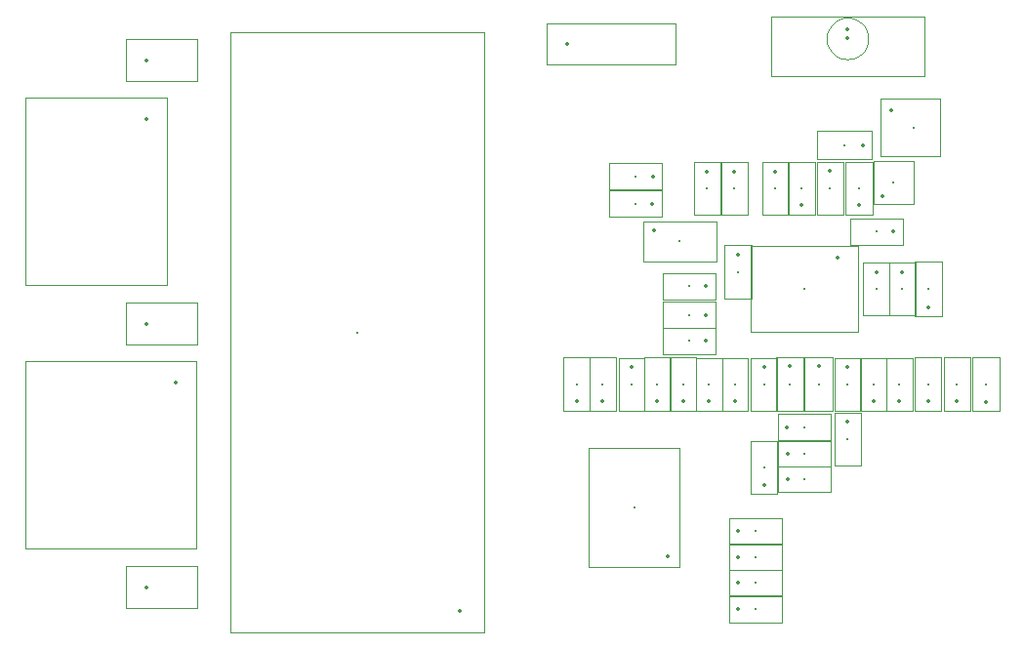
<source format=gbr>
%TF.GenerationSoftware,KiCad,Pcbnew,8.0.3-8.0.3-0~ubuntu22.04.1*%
%TF.CreationDate,2024-11-28T20:42:18+01:00*%
%TF.ProjectId,PICO_ADC_Test,5049434f-5f41-4444-935f-546573742e6b,R0.1*%
%TF.SameCoordinates,PX72ade90PY75c75e0*%
%TF.FileFunction,Component,L1,Top*%
%TF.FilePolarity,Positive*%
%FSLAX46Y46*%
G04 Gerber Fmt 4.6, Leading zero omitted, Abs format (unit mm)*
G04 Created by KiCad (PCBNEW 8.0.3-8.0.3-0~ubuntu22.04.1) date 2024-11-28 20:42:18*
%MOMM*%
%LPD*%
G01*
G04 APERTURE LIST*
%TA.AperFunction,ComponentMain*%
%ADD10C,0.300000*%
%TD*%
%TA.AperFunction,ComponentOutline,Courtyard*%
%ADD11C,0.100000*%
%TD*%
%TA.AperFunction,ComponentPin*%
%ADD12P,0.360000X4X0.000000*%
%TD*%
%TA.AperFunction,ComponentPin*%
%ADD13C,0.100000*%
%TD*%
%TA.AperFunction,ComponentOutline,Footprint*%
%ADD14C,0.100000*%
%TD*%
G04 APERTURE END LIST*
D10*
%TO.C,C13*%
%TO.CFtp,C_1206_3216Metric*%
%TO.CVal,100nF*%
%TO.CLbN,Capacitor_SMD*%
%TO.CMnt,SMD*%
%TO.CRot,0*%
X63000000Y2500000D03*
D11*
X65299999Y3649999D02*
X65299999Y1350001D01*
X60700001Y1350001D01*
X60700001Y3649999D01*
X65299999Y3649999D01*
D12*
%TO.P,C13,1*%
X61525000Y2500000D03*
D13*
%TO.P,C13,2*%
X64475000Y2500000D03*
%TD*%
D10*
%TO.C,C9*%
%TO.CFtp,C_1206_3216Metric*%
%TO.CVal,100nF*%
%TO.CLbN,Capacitor_SMD*%
%TO.CMnt,SMD*%
%TO.CRot,-90*%
X71000000Y17250000D03*
D11*
X72149999Y19549999D02*
X72149999Y14950001D01*
X69850001Y14950001D01*
X69850001Y19549999D01*
X72149999Y19549999D01*
D12*
%TO.P,C9,1*%
X71000000Y18725000D03*
D13*
%TO.P,C9,2*%
X71000000Y15775000D03*
%TD*%
D10*
%TO.C,C21*%
%TO.CFtp,C_1206_3216Metric*%
%TO.CVal,1nF*%
%TO.CLbN,Capacitor_SMD*%
%TO.CMnt,SMD*%
%TO.CRot,90*%
X78000000Y22000000D03*
D11*
X79149999Y24299999D02*
X79149999Y19700001D01*
X76850001Y19700001D01*
X76850001Y24299999D01*
X79149999Y24299999D01*
D12*
%TO.P,C21,1*%
X78000000Y20525000D03*
D13*
%TO.P,C21,2*%
X78000000Y23475000D03*
%TD*%
D10*
%TO.C,REF\u005Cu002A\u005Cu002A*%
%TO.CFtp,TestPoint_Loop_D1.80mm_Drill1.0mm_Beaded*%
%TO.CVal,TestPoint_Loop_D1.80mm_Drill1.0mm_Beaded*%
%TO.CLbN,TestPoint*%
%TO.CMnt,TH*%
%TO.CRot,0*%
X71000000Y52000000D03*
D11*
X71000000Y53802522D02*
X71268652Y53782390D01*
X71531303Y53722441D01*
X71782085Y53624018D01*
X71782085Y53624017D01*
X72015397Y53489314D01*
X72226026Y53321342D01*
X72409269Y53123854D01*
X72561030Y52901261D01*
X72677921Y52658536D01*
X72757329Y52401099D01*
X72797482Y52134703D01*
X72799999Y52000000D01*
X72797482Y51865297D01*
X72757329Y51598901D01*
X72677921Y51341464D01*
X72561030Y51098739D01*
X72409269Y50876146D01*
X72226026Y50678658D01*
X72015397Y50510686D01*
X71782085Y50375983D01*
X71531303Y50277559D01*
X71268652Y50217610D01*
X71000000Y50197477D01*
X70731348Y50217610D01*
X70468697Y50277559D01*
X70217914Y50375983D01*
X70217915Y50375983D01*
X69984603Y50510686D01*
X69773974Y50678658D01*
X69590731Y50876146D01*
X69438970Y51098739D01*
X69322079Y51341464D01*
X69242671Y51598901D01*
X69202518Y51865297D01*
X69202518Y52134703D01*
X69242671Y52401099D01*
X69322079Y52658536D01*
X69438970Y52901261D01*
X69590731Y53123854D01*
X69773974Y53321342D01*
X69984603Y53489314D01*
X70217915Y53624017D01*
X70217914Y53624018D01*
X70468697Y53722441D01*
X70731348Y53782390D01*
X71000000Y53802522D01*
D12*
%TO.P,REF\u005Cu002A\u005Cu002A,1*%
X71000000Y52000000D03*
%TD*%
D10*
%TO.C,C26*%
%TO.CFtp,C_1206_3216Metric*%
%TO.CVal,100nF*%
%TO.CLbN,Capacitor_SMD*%
%TO.CMnt,SMD*%
%TO.CRot,180*%
X52637500Y40012500D03*
D11*
X54937499Y41162499D02*
X54937499Y38862501D01*
X50337501Y38862501D01*
X50337501Y41162499D01*
X54937499Y41162499D01*
D12*
%TO.P,C26,1*%
X54112500Y40012500D03*
D13*
%TO.P,C26,2*%
X51162500Y40012500D03*
%TD*%
D10*
%TO.C,C25*%
%TO.CFtp,C_1206_3216Metric*%
%TO.CVal,10uF*%
%TO.CLbN,Capacitor_SMD*%
%TO.CMnt,SMD*%
%TO.CRot,180*%
X52612500Y37662500D03*
D11*
X54912499Y38812499D02*
X54912499Y36512501D01*
X50312501Y36512501D01*
X50312501Y38812499D01*
X54912499Y38812499D01*
D12*
%TO.P,C25,1*%
X54087500Y37662500D03*
D13*
%TO.P,C25,2*%
X51137500Y37662500D03*
%TD*%
D10*
%TO.C,IC2*%
%TO.CFtp,SOP64P600X175-20N*%
%TO.CVal,AD8331ARQZ*%
%TO.CLbN,PICO_ADC_Test*%
%TO.CMnt,SMD*%
%TO.CRot,-90*%
X67250000Y30250000D03*
D11*
X71879999Y33974999D02*
X71879999Y26525001D01*
X62620001Y26525001D01*
X62620001Y33974999D01*
X71879999Y33974999D01*
D12*
%TO.P,IC2,1,LMD*%
X70130000Y32965000D03*
D13*
%TO.P,IC2,2,INH*%
X69490000Y32965000D03*
%TO.P,IC2,3,VPSL*%
X68850000Y32965000D03*
%TO.P,IC2,4,LON*%
X68210000Y32965000D03*
%TO.P,IC2,5,LOP*%
X67570000Y32965000D03*
%TO.P,IC2,6,COML*%
X66930000Y32965000D03*
%TO.P,IC2,7,VIP*%
X66290000Y32965000D03*
%TO.P,IC2,8,VIN*%
X65650000Y32965000D03*
%TO.P,IC2,9,MODE*%
X65010000Y32965000D03*
%TO.P,IC2,10,GAIN*%
X64370000Y32965000D03*
%TO.P,IC2,11,VCM*%
X64370000Y27535000D03*
%TO.P,IC2,12,RCLMP*%
X65010000Y27535000D03*
%TO.P,IC2,13,HILO*%
X65650000Y27535000D03*
%TO.P,IC2,14,VPOS*%
X66290000Y27535000D03*
%TO.P,IC2,15,VOH*%
X66930000Y27535000D03*
%TO.P,IC2,16,VOL*%
X67570000Y27535000D03*
%TO.P,IC2,17,COMM_1*%
X68210000Y27535000D03*
%TO.P,IC2,18,ENBV*%
X68850000Y27535000D03*
%TO.P,IC2,19,ENBL*%
X69490000Y27535000D03*
%TO.P,IC2,20,COMM_2*%
X70130000Y27535000D03*
%TD*%
D10*
%TO.C,C3*%
%TO.CFtp,C_1206_3216Metric*%
%TO.CVal,4.7uF*%
%TO.CLbN,Capacitor_SMD*%
%TO.CMnt,SMD*%
%TO.CRot,90*%
X54500000Y22000000D03*
D11*
X55649999Y24299999D02*
X55649999Y19700001D01*
X53350001Y19700001D01*
X53350001Y24299999D01*
X55649999Y24299999D01*
D12*
%TO.P,C3,1*%
X54500000Y20525000D03*
D13*
%TO.P,C3,2*%
X54500000Y23475000D03*
%TD*%
D10*
%TO.C,R7*%
%TO.CFtp,R_1206_3216Metric*%
%TO.CVal,280R*%
%TO.CLbN,Resistor_SMD*%
%TO.CMnt,SMD*%
%TO.CRot,-90*%
X64750000Y39000000D03*
D11*
X65869999Y41279999D02*
X65869999Y36720001D01*
X63630001Y36720001D01*
X63630001Y41279999D01*
X65869999Y41279999D01*
D12*
%TO.P,R7,1*%
X64750000Y40462500D03*
D13*
%TO.P,R7,2*%
X64750000Y37537500D03*
%TD*%
D10*
%TO.C,C7*%
%TO.CFtp,C_1206_3216Metric*%
%TO.CVal,4.7uF*%
%TO.CLbN,Capacitor_SMD*%
%TO.CMnt,SMD*%
%TO.CRot,90*%
X47500000Y22000000D03*
D11*
X48649999Y24299999D02*
X48649999Y19700001D01*
X46350001Y19700001D01*
X46350001Y24299999D01*
X48649999Y24299999D01*
D12*
%TO.P,C7,1*%
X47500000Y20525000D03*
D13*
%TO.P,C7,2*%
X47500000Y23475000D03*
%TD*%
D10*
%TO.C,C15*%
%TO.CFtp,C_1206_3216Metric*%
%TO.CVal,100nF*%
%TO.CLbN,Capacitor_SMD*%
%TO.CMnt,SMD*%
%TO.CRot,0*%
X63000000Y7000000D03*
D11*
X65299999Y8149999D02*
X65299999Y5850001D01*
X60700001Y5850001D01*
X60700001Y8149999D01*
X65299999Y8149999D01*
D12*
%TO.P,C15,1*%
X61525000Y7000000D03*
D13*
%TO.P,C15,2*%
X64475000Y7000000D03*
%TD*%
D10*
%TO.C,R1*%
%TO.CFtp,R_1206_3216Metric*%
%TO.CVal,18R*%
%TO.CLbN,Resistor_SMD*%
%TO.CMnt,SMD*%
%TO.CRot,-90*%
X52250000Y22000000D03*
D11*
X53369999Y24279999D02*
X53369999Y19720001D01*
X51130001Y19720001D01*
X51130001Y24279999D01*
X53369999Y24279999D01*
D12*
%TO.P,R1,1*%
X52250000Y23462500D03*
D13*
%TO.P,R1,2*%
X52250000Y20537500D03*
%TD*%
D10*
%TO.C,R3*%
%TO.CFtp,R_1206_3216Metric*%
%TO.CVal,10K*%
%TO.CLbN,Resistor_SMD*%
%TO.CMnt,SMD*%
%TO.CRot,90*%
X73250000Y22000000D03*
D11*
X74369999Y24279999D02*
X74369999Y19720001D01*
X72130001Y19720001D01*
X72130001Y24279999D01*
X74369999Y24279999D01*
D12*
%TO.P,R3,1*%
X73250000Y20537500D03*
D13*
%TO.P,R3,2*%
X73250000Y23462500D03*
%TD*%
D10*
%TO.C,FB4*%
%TO.CFtp,L_1206_3216Metric*%
%TO.CVal,ILHB1206ER750V*%
%TO.CLbN,Inductor_SMD*%
%TO.CMnt,SMD*%
%TO.CRot,90*%
X83000000Y22000000D03*
D11*
X84199999Y24349999D02*
X84199999Y19650001D01*
X81800001Y19650001D01*
X81800001Y24349999D01*
X84199999Y24349999D01*
D12*
%TO.P,FB4,1*%
X83000000Y20425000D03*
D13*
%TO.P,FB4,2*%
X83000000Y23575000D03*
%TD*%
D10*
%TO.C,D1*%
%TO.CFtp,SOT95P240X120-3N*%
%TO.CVal,BAV99-7-F*%
%TO.CLbN,PICO_ADC_Test*%
%TO.CMnt,SMD*%
%TO.CRot,90*%
X75000000Y39500000D03*
D11*
X76749999Y41374999D02*
X76749999Y37625001D01*
X73250001Y37625001D01*
X73250001Y41374999D01*
X76749999Y41374999D01*
D12*
%TO.P,D1,1*%
X74050000Y38300000D03*
D13*
%TO.P,D1,2*%
X75950000Y38300000D03*
%TO.P,D1,3*%
X75000000Y40700000D03*
%TD*%
D10*
%TO.C,C20*%
%TO.CFtp,C_1206_3216Metric*%
%TO.CVal,50pF*%
%TO.CLbN,Capacitor_SMD*%
%TO.CMnt,SMD*%
%TO.CRot,90*%
X63750000Y14750000D03*
D11*
X64899999Y17049999D02*
X64899999Y12450001D01*
X62600001Y12450001D01*
X62600001Y17049999D01*
X64899999Y17049999D01*
D12*
%TO.P,C20,1*%
X63750000Y13275000D03*
D13*
%TO.P,C20,2*%
X63750000Y16225000D03*
%TD*%
D10*
%TO.C,J4*%
%TO.CFtp,PinHeader_1x04_P2.54mm_Vertical*%
%TO.CVal,61300411121*%
%TO.CLbN,Connector_PinHeader_2.54mm*%
%TO.CMnt,TH*%
%TO.CRot,90*%
X46700000Y51500000D03*
D11*
X56099999Y53299999D02*
X56099999Y49700001D01*
X44900001Y49700001D01*
X44900001Y53299999D01*
X56099999Y53299999D01*
D12*
%TO.P,J4,1,1*%
X46700000Y51500000D03*
D13*
%TO.P,J4,2,2*%
X49240000Y51500000D03*
%TO.P,J4,3,3*%
X51780000Y51500000D03*
%TO.P,J4,4,4*%
X54320000Y51500000D03*
%TD*%
D10*
%TO.C,FB5*%
%TO.CFtp,L_1206_3216Metric*%
%TO.CVal,ILHB1206ER750V*%
%TO.CLbN,Inductor_SMD*%
%TO.CMnt,SMD*%
%TO.CRot,90*%
X78000000Y30275000D03*
D11*
X79199999Y32624999D02*
X79199999Y27925001D01*
X76800001Y27925001D01*
X76800001Y32624999D01*
X79199999Y32624999D01*
D12*
%TO.P,FB5,1*%
X78000000Y28700000D03*
D13*
%TO.P,FB5,2*%
X78000000Y31850000D03*
%TD*%
D10*
%TO.C,C8*%
%TO.CFtp,C_1206_3216Metric*%
%TO.CVal,100nF*%
%TO.CLbN,Capacitor_SMD*%
%TO.CMnt,SMD*%
%TO.CRot,90*%
X49750000Y22000000D03*
D11*
X50899999Y24299999D02*
X50899999Y19700001D01*
X48600001Y19700001D01*
X48600001Y24299999D01*
X50899999Y24299999D01*
D12*
%TO.P,C8,1*%
X49750000Y20525000D03*
D13*
%TO.P,C8,2*%
X49750000Y23475000D03*
%TD*%
D10*
%TO.C,J2*%
%TO.CFtp,PinHeader_1x02_P2.54mm_Vertical*%
%TO.CVal,1-86479-3*%
%TO.CLbN,Connector_PinHeader_2.54mm*%
%TO.CMnt,TH*%
%TO.CRot,90*%
X10210000Y27250000D03*
D11*
X14559999Y29049999D02*
X14559999Y25450001D01*
X8410001Y25450001D01*
X8410001Y29049999D01*
X14559999Y29049999D01*
D12*
%TO.P,J2,1,Pin_1*%
X10210000Y27250000D03*
D13*
%TO.P,J2,2,Pin_2*%
X12750000Y27250000D03*
%TD*%
D10*
%TO.C,R9*%
%TO.CFtp,R_1206_3216Metric*%
%TO.CVal,12K*%
%TO.CLbN,Resistor_SMD*%
%TO.CMnt,SMD*%
%TO.CRot,180*%
X57250000Y25750000D03*
D11*
X59529999Y26869999D02*
X59529999Y24630001D01*
X54970001Y24630001D01*
X54970001Y26869999D01*
X59529999Y26869999D01*
D12*
%TO.P,R9,1*%
X58712500Y25750000D03*
D13*
%TO.P,R9,2*%
X55787500Y25750000D03*
%TD*%
D10*
%TO.C,FB3*%
%TO.CFtp,L_1206_3216Metric*%
%TO.CVal,ILHB1206ER750V*%
%TO.CLbN,Inductor_SMD*%
%TO.CMnt,SMD*%
%TO.CRot,-90*%
X68500000Y22000000D03*
D11*
X69699999Y24349999D02*
X69699999Y19650001D01*
X67300001Y19650001D01*
X67300001Y24349999D01*
X69699999Y24349999D01*
D12*
%TO.P,FB3,1*%
X68500000Y23575000D03*
D13*
%TO.P,FB3,2*%
X68500000Y20425000D03*
%TD*%
D10*
%TO.C,C4*%
%TO.CFtp,C_1206_3216Metric*%
%TO.CVal,100nF*%
%TO.CLbN,Capacitor_SMD*%
%TO.CMnt,SMD*%
%TO.CRot,90*%
X56750000Y22000000D03*
D11*
X57899999Y24299999D02*
X57899999Y19700001D01*
X55600001Y19700001D01*
X55600001Y24299999D01*
X57899999Y24299999D01*
D12*
%TO.P,C4,1*%
X56750000Y20525000D03*
D13*
%TO.P,C4,2*%
X56750000Y23475000D03*
%TD*%
D10*
%TO.C,FB1*%
%TO.CFtp,L_1206_3216Metric*%
%TO.CVal,ILHB1206ER750V*%
%TO.CLbN,Inductor_SMD*%
%TO.CMnt,SMD*%
%TO.CRot,-90*%
X66000000Y22000000D03*
D11*
X67199999Y24349999D02*
X67199999Y19650001D01*
X64800001Y19650001D01*
X64800001Y24349999D01*
X67199999Y24349999D01*
D12*
%TO.P,FB1,1*%
X66000000Y23575000D03*
D13*
%TO.P,FB1,2*%
X66000000Y20425000D03*
%TD*%
D10*
%TO.C,C23*%
%TO.CFtp,C_1206_3216Metric*%
%TO.CVal,1nF*%
%TO.CLbN,Capacitor_SMD*%
%TO.CMnt,SMD*%
%TO.CRot,-90*%
X75750000Y30250000D03*
D11*
X76899999Y32549999D02*
X76899999Y27950001D01*
X74600001Y27950001D01*
X74600001Y32549999D01*
X76899999Y32549999D01*
D12*
%TO.P,C23,1*%
X75750000Y31725000D03*
D13*
%TO.P,C23,2*%
X75750000Y28775000D03*
%TD*%
D10*
%TO.C,J3*%
%TO.CFtp,PinSocket_1x06_P2.54mm_Horizontal*%
%TO.CVal,61300611121*%
%TO.CLbN,Connector_PinSocket_2.54mm*%
%TO.CMnt,TH*%
%TO.CRot,0*%
X10210000Y45030000D03*
D11*
X11959999Y46829999D02*
X11959999Y30580001D01*
X-339999Y30580001D01*
X-339999Y46829999D01*
X11959999Y46829999D01*
D12*
%TO.P,J3,1,Pin_1*%
X10210000Y45030000D03*
D13*
%TO.P,J3,2,Pin_2*%
X10210000Y42490000D03*
%TO.P,J3,3,Pin_3*%
X10210000Y39950000D03*
%TO.P,J3,4,Pin_4*%
X10210000Y37410000D03*
%TO.P,J3,5,Pin_5*%
X10210000Y34870000D03*
%TO.P,J3,6,Pin_6*%
X10210000Y32330000D03*
%TD*%
D10*
%TO.C,C17*%
%TO.CFtp,C_1206_3216Metric*%
%TO.CVal,100nF*%
%TO.CLbN,Capacitor_SMD*%
%TO.CMnt,SMD*%
%TO.CRot,180*%
X57250000Y28000000D03*
D11*
X59549999Y29149999D02*
X59549999Y26850001D01*
X54950001Y26850001D01*
X54950001Y29149999D01*
X59549999Y29149999D01*
D12*
%TO.P,C17,1*%
X58725000Y28000000D03*
D13*
%TO.P,C17,2*%
X55775000Y28000000D03*
%TD*%
D10*
%TO.C,IC3*%
%TO.CFtp,MCP4812-EMS*%
%TO.CVal,MCP4812-E_MS*%
%TO.CLbN,PICO_ADC_Test*%
%TO.CMnt,SMD*%
%TO.CRot,0*%
X56450000Y34375000D03*
D11*
X59599999Y36124999D02*
X59599999Y32625001D01*
X53300001Y32625001D01*
X53300001Y36124999D01*
X59599999Y36124999D01*
D12*
%TO.P,IC3,1,VDD*%
X54250000Y35350000D03*
D13*
%TO.P,IC3,2,~{CS}*%
X54250000Y34700000D03*
%TO.P,IC3,3,SCK*%
X54250000Y34050000D03*
%TO.P,IC3,4,SDI*%
X54250000Y33400000D03*
%TO.P,IC3,5,~{LDAC}*%
X58650000Y33400000D03*
%TO.P,IC3,6,VOUTB*%
X58650000Y34050000D03*
%TO.P,IC3,7,VSS*%
X58650000Y34700000D03*
%TO.P,IC3,8,VOUTA*%
X58650000Y35350000D03*
%TD*%
D10*
%TO.C,C10*%
%TO.CFtp,C_1206_3216Metric*%
%TO.CVal,100nF*%
%TO.CLbN,Capacitor_SMD*%
%TO.CMnt,SMD*%
%TO.CRot,-90*%
X58800000Y38975000D03*
D11*
X59949999Y41274999D02*
X59949999Y36675001D01*
X57650001Y36675001D01*
X57650001Y41274999D01*
X59949999Y41274999D01*
D12*
%TO.P,C10,1*%
X58800000Y40450000D03*
D13*
%TO.P,C10,2*%
X58800000Y37500000D03*
%TD*%
D10*
%TO.C,C5*%
%TO.CFtp,C_1206_3216Metric*%
%TO.CVal,100nF*%
%TO.CLbN,Capacitor_SMD*%
%TO.CMnt,SMD*%
%TO.CRot,-90*%
X69500000Y39000000D03*
D11*
X70649999Y41299999D02*
X70649999Y36700001D01*
X68350001Y36700001D01*
X68350001Y41299999D01*
X70649999Y41299999D01*
D12*
%TO.P,C5,1*%
X69500000Y40475000D03*
D13*
%TO.P,C5,2*%
X69500000Y37525000D03*
%TD*%
D10*
%TO.C,IC1*%
%TO.CFtp,SOP65P640X120-28N*%
%TO.CVal,ADC10065CIMT_NOPB*%
%TO.CLbN,PICO_ADC_Test*%
%TO.CMnt,SMD*%
%TO.CRot,180*%
X52500000Y11287500D03*
D11*
X56424999Y16437499D02*
X56424999Y6137501D01*
X48575001Y6137501D01*
X48575001Y16437499D01*
X56424999Y16437499D01*
D12*
%TO.P,IC1,1,CLK*%
X55438000Y7062500D03*
D13*
%TO.P,IC1,2,VDDA_1*%
X55438000Y7712500D03*
%TO.P,IC1,3,VSSA_1*%
X55438000Y8362500D03*
%TO.P,IC1,4,VCOM*%
X55438000Y9012500D03*
%TO.P,IC1,5,IRS*%
X55438000Y9662500D03*
%TO.P,IC1,6,VREF*%
X55438000Y10312500D03*
%TO.P,IC1,7,VREFT*%
X55438000Y10962500D03*
%TO.P,IC1,8,VREFB*%
X55438000Y11612500D03*
%TO.P,IC1,9,VDDA_2*%
X55438000Y12262500D03*
%TO.P,IC1,10,VDDA_3*%
X55438000Y12912500D03*
%TO.P,IC1,11,VSSA_2*%
X55438000Y13562500D03*
%TO.P,IC1,12,VIN-*%
X55438000Y14212500D03*
%TO.P,IC1,13,VIN+*%
X55438000Y14862500D03*
%TO.P,IC1,14,VSSA_3*%
X55438000Y15512500D03*
%TO.P,IC1,15,DF*%
X49562000Y15512500D03*
%TO.P,IC1,16,D9*%
X49562000Y14862500D03*
%TO.P,IC1,17,D8*%
X49562000Y14212500D03*
%TO.P,IC1,18,D7*%
X49562000Y13562500D03*
%TO.P,IC1,19,D6*%
X49562000Y12912500D03*
%TO.P,IC1,20,D5*%
X49562000Y12262500D03*
%TO.P,IC1,21,VSSIO*%
X49562000Y11612500D03*
%TO.P,IC1,22,VDDIO*%
X49562000Y10962500D03*
%TO.P,IC1,23,D4*%
X49562000Y10312500D03*
%TO.P,IC1,24,D3*%
X49562000Y9662500D03*
%TO.P,IC1,25,D2*%
X49562000Y9012500D03*
%TO.P,IC1,26,D1*%
X49562000Y8362500D03*
%TO.P,IC1,27,D0*%
X49562000Y7712500D03*
%TO.P,IC1,28,STBY*%
X49562000Y7062500D03*
%TD*%
D10*
%TO.C,C11*%
%TO.CFtp,C_1206_3216Metric*%
%TO.CVal,100nF*%
%TO.CLbN,Capacitor_SMD*%
%TO.CMnt,SMD*%
%TO.CRot,-90*%
X61200000Y38975000D03*
D11*
X62349999Y41274999D02*
X62349999Y36675001D01*
X60050001Y36675001D01*
X60050001Y41274999D01*
X62349999Y41274999D01*
D12*
%TO.P,C11,1*%
X61200000Y40450000D03*
D13*
%TO.P,C11,2*%
X61200000Y37500000D03*
%TD*%
D10*
%TO.C,J1*%
%TO.CFtp,AMPHENOL_132357-11*%
%TO.CVal,AMPHENOL_132357-11*%
%TO.CLbN,PICO_ADC_Test*%
%TO.CMnt,Other*%
%TO.CRot,-90*%
X71000000Y52750000D03*
D14*
X77650000Y53925000D02*
X64350000Y53925000D01*
X64350000Y48725000D01*
X77650000Y48725000D01*
X77650000Y53925000D01*
D12*
%TO.P,J1,1,1*%
X71000000Y52750000D03*
D13*
%TO.P,J1,2,2*%
X75250000Y51175000D03*
X66750000Y51175000D03*
%TD*%
D10*
%TO.C,C6*%
%TO.CFtp,C_1206_3216Metric*%
%TO.CVal,18nF*%
%TO.CLbN,Capacitor_SMD*%
%TO.CMnt,SMD*%
%TO.CRot,90*%
X67000000Y39000000D03*
D11*
X68149999Y41299999D02*
X68149999Y36700001D01*
X65850001Y36700001D01*
X65850001Y41299999D01*
X68149999Y41299999D01*
D12*
%TO.P,C6,1*%
X67000000Y37525000D03*
D13*
%TO.P,C6,2*%
X67000000Y40475000D03*
%TD*%
D10*
%TO.C,U1*%
%TO.CFtp,SOT-89-3*%
%TO.CVal,MD0100N8-G*%
%TO.CLbN,Package_TO_SOT_SMD*%
%TO.CMnt,SMD*%
%TO.CRot,0*%
X76750000Y44250000D03*
D11*
X78999999Y46749999D02*
X78999999Y41750001D01*
X73900001Y41750001D01*
X73900001Y46749999D01*
X78999999Y46749999D01*
D12*
%TO.P,U1,1,A*%
X74800000Y45750000D03*
D13*
%TO.P,U1,2,COM*%
X74887500Y44250000D03*
%TO.P,U1,3,B*%
X74800000Y42750000D03*
%TD*%
D10*
%TO.C,C22*%
%TO.CFtp,C_1206_3216Metric*%
%TO.CVal,100nF*%
%TO.CLbN,Capacitor_SMD*%
%TO.CMnt,SMD*%
%TO.CRot,90*%
X80500000Y22000000D03*
D11*
X81649999Y24299999D02*
X81649999Y19700001D01*
X79350001Y19700001D01*
X79350001Y24299999D01*
X81649999Y24299999D01*
D12*
%TO.P,C22,1*%
X80500000Y20525000D03*
D13*
%TO.P,C22,2*%
X80500000Y23475000D03*
%TD*%
D10*
%TO.C,C24*%
%TO.CFtp,C_1206_3216Metric*%
%TO.CVal,100nF*%
%TO.CLbN,Capacitor_SMD*%
%TO.CMnt,SMD*%
%TO.CRot,-90*%
X73500000Y30250000D03*
D11*
X74649999Y32549999D02*
X74649999Y27950001D01*
X72350001Y27950001D01*
X72350001Y32549999D01*
X74649999Y32549999D01*
D12*
%TO.P,C24,1*%
X73500000Y31725000D03*
D13*
%TO.P,C24,2*%
X73500000Y28775000D03*
%TD*%
D10*
%TO.C,FB2*%
%TO.CFtp,L_1206_3216Metric*%
%TO.CVal,ILHB1206ER750V*%
%TO.CLbN,Inductor_SMD*%
%TO.CMnt,SMD*%
%TO.CRot,180*%
X70750000Y42750000D03*
D11*
X73099999Y43949999D02*
X73099999Y41550001D01*
X68400001Y41550001D01*
X68400001Y43949999D01*
X73099999Y43949999D01*
D12*
%TO.P,FB2,1*%
X72325000Y42750000D03*
D13*
%TO.P,FB2,2*%
X69175000Y42750000D03*
%TD*%
D10*
%TO.C,C12*%
%TO.CFtp,C_1206_3216Metric*%
%TO.CVal,22pF*%
%TO.CLbN,Capacitor_SMD*%
%TO.CMnt,SMD*%
%TO.CRot,90*%
X72000000Y39000000D03*
D11*
X73149999Y41299999D02*
X73149999Y36700001D01*
X70850001Y36700001D01*
X70850001Y41299999D01*
X73149999Y41299999D01*
D12*
%TO.P,C12,1*%
X72000000Y37525000D03*
D13*
%TO.P,C12,2*%
X72000000Y40475000D03*
%TD*%
D10*
%TO.C,J5*%
%TO.CFtp,PinHeader_1x02_P2.54mm_Vertical*%
%TO.CVal,1-86479-3*%
%TO.CLbN,Connector_PinHeader_2.54mm*%
%TO.CMnt,TH*%
%TO.CRot,90*%
X10210000Y50120000D03*
D11*
X14559999Y51919999D02*
X14559999Y48320001D01*
X8410001Y48320001D01*
X8410001Y51919999D01*
X14559999Y51919999D01*
D12*
%TO.P,J5,1,Pin_1*%
X10210000Y50120000D03*
D13*
%TO.P,J5,2,Pin_2*%
X12750000Y50120000D03*
%TD*%
D10*
%TO.C,R5*%
%TO.CFtp,R_1206_3216Metric*%
%TO.CVal,10K*%
%TO.CLbN,Resistor_SMD*%
%TO.CMnt,SMD*%
%TO.CRot,90*%
X61250000Y22000000D03*
D11*
X62369999Y24279999D02*
X62369999Y19720001D01*
X60130001Y19720001D01*
X60130001Y24279999D01*
X62369999Y24279999D01*
D12*
%TO.P,R5,1*%
X61250000Y20537500D03*
D13*
%TO.P,R5,2*%
X61250000Y23462500D03*
%TD*%
D10*
%TO.C,R10*%
%TO.CFtp,R_1206_3216Metric*%
%TO.CVal,18R*%
%TO.CLbN,Resistor_SMD*%
%TO.CMnt,SMD*%
%TO.CRot,0*%
X67250000Y13750000D03*
D11*
X69529999Y14869999D02*
X69529999Y12630001D01*
X64970001Y12630001D01*
X64970001Y14869999D01*
X69529999Y14869999D01*
D12*
%TO.P,R10,1*%
X65787500Y13750000D03*
D13*
%TO.P,R10,2*%
X68712500Y13750000D03*
%TD*%
D10*
%TO.C,C18*%
%TO.CFtp,C_1206_3216Metric*%
%TO.CVal,1nF*%
%TO.CLbN,Capacitor_SMD*%
%TO.CMnt,SMD*%
%TO.CRot,-90*%
X61500000Y31750000D03*
D11*
X62649999Y34049999D02*
X62649999Y29450001D01*
X60350001Y29450001D01*
X60350001Y34049999D01*
X62649999Y34049999D01*
D12*
%TO.P,C18,1*%
X61500000Y33225000D03*
D13*
%TO.P,C18,2*%
X61500000Y30275000D03*
%TD*%
D10*
%TO.C,C16*%
%TO.CFtp,C_1206_3216Metric*%
%TO.CVal,100nF*%
%TO.CLbN,Capacitor_SMD*%
%TO.CMnt,SMD*%
%TO.CRot,0*%
X63000000Y9250000D03*
D11*
X65299999Y10399999D02*
X65299999Y8100001D01*
X60700001Y8100001D01*
X60700001Y10399999D01*
X65299999Y10399999D01*
D12*
%TO.P,C16,1*%
X61525000Y9250000D03*
D13*
%TO.P,C16,2*%
X64475000Y9250000D03*
%TD*%
D10*
%TO.C,J7*%
%TO.CFtp,PinHeader_1x02_P2.54mm_Vertical*%
%TO.CVal,1-86479-3*%
%TO.CLbN,Connector_PinHeader_2.54mm*%
%TO.CMnt,TH*%
%TO.CRot,90*%
X10210000Y4390000D03*
D11*
X14559999Y6189999D02*
X14559999Y2590001D01*
X8410001Y2590001D01*
X8410001Y6189999D01*
X14559999Y6189999D01*
D12*
%TO.P,J7,1,Pin_1*%
X10210000Y4390000D03*
D13*
%TO.P,J7,2,Pin_2*%
X12750000Y4390000D03*
%TD*%
D10*
%TO.C,R6*%
%TO.CFtp,R_1206_3216Metric*%
%TO.CVal,10K*%
%TO.CLbN,Resistor_SMD*%
%TO.CMnt,SMD*%
%TO.CRot,90*%
X59000000Y22000000D03*
D11*
X60119999Y24279999D02*
X60119999Y19720001D01*
X57880001Y19720001D01*
X57880001Y24279999D01*
X60119999Y24279999D01*
D12*
%TO.P,R6,1*%
X59000000Y20537500D03*
D13*
%TO.P,R6,2*%
X59000000Y23462500D03*
%TD*%
D10*
%TO.C,R4*%
%TO.CFtp,R_1206_3216Metric*%
%TO.CVal,100R*%
%TO.CLbN,Resistor_SMD*%
%TO.CMnt,SMD*%
%TO.CRot,-90*%
X63750000Y22000000D03*
D11*
X64869999Y24279999D02*
X64869999Y19720001D01*
X62630001Y19720001D01*
X62630001Y24279999D01*
X64869999Y24279999D01*
D12*
%TO.P,R4,1*%
X63750000Y23462500D03*
D13*
%TO.P,R4,2*%
X63750000Y20537500D03*
%TD*%
D10*
%TO.C,R8*%
%TO.CFtp,R_1206_3216Metric*%
%TO.CVal,100R*%
%TO.CLbN,Resistor_SMD*%
%TO.CMnt,SMD*%
%TO.CRot,-90*%
X71000000Y22000000D03*
D11*
X72119999Y24279999D02*
X72119999Y19720001D01*
X69880001Y19720001D01*
X69880001Y24279999D01*
X72119999Y24279999D01*
D12*
%TO.P,R8,1*%
X71000000Y23462500D03*
D13*
%TO.P,R8,2*%
X71000000Y20537500D03*
%TD*%
D10*
%TO.C,U2*%
%TO.CFtp,RPi_Pico_SMD*%
%TO.CVal,Pico*%
%TO.CLbN,PICO_ADC_Test*%
%TO.CMnt,TH*%
%TO.CRot,180*%
X28500000Y26500000D03*
D11*
X39499999Y52499999D02*
X39499999Y500001D01*
X17500001Y500001D01*
X17500001Y52499999D01*
X39499999Y52499999D01*
D12*
%TO.P,U2,1,GPIO0*%
X37390000Y2370000D03*
D13*
%TO.P,U2,*%
X31225000Y2500000D03*
X30925000Y5530000D03*
X26075000Y5530000D03*
X25775000Y2500000D03*
%TO.P,U2,2,GPIO1*%
X37390000Y4910000D03*
%TO.P,U2,3,GND*%
X37390000Y7450000D03*
%TO.P,U2,4,GPIO2*%
X37390000Y9990000D03*
%TO.P,U2,5,GPIO3*%
X37390000Y12530000D03*
%TO.P,U2,6,GPIO4*%
X37390000Y15070000D03*
%TO.P,U2,7,GPIO5*%
X37390000Y17610000D03*
%TO.P,U2,8,GND*%
X37390000Y20150000D03*
%TO.P,U2,9,GPIO6*%
X37390000Y22690000D03*
%TO.P,U2,10,GPIO7*%
X37390000Y25230000D03*
%TO.P,U2,11,GPIO8*%
X37390000Y27770000D03*
%TO.P,U2,12,GPIO9*%
X37390000Y30310000D03*
%TO.P,U2,13,GND*%
X37390000Y32850000D03*
%TO.P,U2,14,GPIO10*%
X37390000Y35390000D03*
%TO.P,U2,15,GPIO11*%
X37390000Y37930000D03*
%TO.P,U2,16,GPIO12*%
X37390000Y40470000D03*
%TO.P,U2,17,GPIO13*%
X37390000Y43010000D03*
%TO.P,U2,18,GND*%
X37390000Y45550000D03*
%TO.P,U2,19,GPIO14*%
X37390000Y48090000D03*
%TO.P,U2,20,GPIO15*%
X37390000Y50630000D03*
%TO.P,U2,21,GPIO16*%
X19610000Y50630000D03*
%TO.P,U2,22,GPIO17*%
X19610000Y48090000D03*
%TO.P,U2,23,GND*%
X19610000Y45550000D03*
%TO.P,U2,24,GPIO18*%
X19610000Y43010000D03*
%TO.P,U2,25,GPIO19*%
X19610000Y40470000D03*
%TO.P,U2,26,GPIO20*%
X19610000Y37930000D03*
%TO.P,U2,27,GPIO21*%
X19610000Y35390000D03*
%TO.P,U2,28,GND*%
X19610000Y32850000D03*
%TO.P,U2,29,GPIO22*%
X19610000Y30310000D03*
%TO.P,U2,30,RUN*%
X19610000Y27770000D03*
%TO.P,U2,31,GPIO26_ADC0*%
X19610000Y25230000D03*
%TO.P,U2,32,GPIO27_ADC1*%
X19610000Y22690000D03*
%TO.P,U2,33,AGND*%
X19610000Y20150000D03*
%TO.P,U2,34,GPIO28_ADC2*%
X19610000Y17610000D03*
%TO.P,U2,35,ADC_VREF*%
X19610000Y15070000D03*
%TO.P,U2,36,3V3*%
X19610000Y12530000D03*
%TO.P,U2,37,3V3_EN*%
X19610000Y9990000D03*
%TO.P,U2,38,GND*%
X19610000Y7450000D03*
%TO.P,U2,39,VSYS*%
X19610000Y4910000D03*
%TO.P,U2,40,VBUS*%
X19610000Y2370000D03*
%TO.P,U2,41,SWCLK*%
X31040000Y50400000D03*
%TO.P,U2,42,GND*%
X28500000Y50400000D03*
%TO.P,U2,43,SWDIO*%
X25960000Y50400000D03*
%TD*%
D10*
%TO.C,C19*%
%TO.CFtp,C_1206_3216Metric*%
%TO.CVal,100nF*%
%TO.CLbN,Capacitor_SMD*%
%TO.CMnt,SMD*%
%TO.CRot,180*%
X57250000Y30500000D03*
D11*
X59549999Y31649999D02*
X59549999Y29350001D01*
X54950001Y29350001D01*
X54950001Y31649999D01*
X59549999Y31649999D01*
D12*
%TO.P,C19,1*%
X58725000Y30500000D03*
D13*
%TO.P,C19,2*%
X55775000Y30500000D03*
%TD*%
D10*
%TO.C,C14*%
%TO.CFtp,C_1206_3216Metric*%
%TO.CVal,100nF*%
%TO.CLbN,Capacitor_SMD*%
%TO.CMnt,SMD*%
%TO.CRot,0*%
X63000000Y4750000D03*
D11*
X65299999Y5899999D02*
X65299999Y3600001D01*
X60700001Y3600001D01*
X60700001Y5899999D01*
X65299999Y5899999D01*
D12*
%TO.P,C14,1*%
X61525000Y4750000D03*
D13*
%TO.P,C14,2*%
X64475000Y4750000D03*
%TD*%
D10*
%TO.C,R11*%
%TO.CFtp,R_1206_3216Metric*%
%TO.CVal,18R*%
%TO.CLbN,Resistor_SMD*%
%TO.CMnt,SMD*%
%TO.CRot,0*%
X67250000Y16000000D03*
D11*
X69529999Y17119999D02*
X69529999Y14880001D01*
X64970001Y14880001D01*
X64970001Y17119999D01*
X69529999Y17119999D01*
D12*
%TO.P,R11,1*%
X65787500Y16000000D03*
D13*
%TO.P,R11,2*%
X68712500Y16000000D03*
%TD*%
D10*
%TO.C,C2*%
%TO.CFtp,C_1206_3216Metric*%
%TO.CVal,100nF*%
%TO.CLbN,Capacitor_SMD*%
%TO.CMnt,SMD*%
%TO.CRot,0*%
X67250000Y18250000D03*
D11*
X69549999Y19399999D02*
X69549999Y17100001D01*
X64950001Y17100001D01*
X64950001Y19399999D01*
X69549999Y19399999D01*
D12*
%TO.P,C2,1*%
X65775000Y18250000D03*
D13*
%TO.P,C2,2*%
X68725000Y18250000D03*
%TD*%
D10*
%TO.C,R2*%
%TO.CFtp,R_1206_3216Metric*%
%TO.CVal,10K*%
%TO.CLbN,Resistor_SMD*%
%TO.CMnt,SMD*%
%TO.CRot,90*%
X75500000Y22000000D03*
D11*
X76619999Y24279999D02*
X76619999Y19720001D01*
X74380001Y19720001D01*
X74380001Y24279999D01*
X76619999Y24279999D01*
D12*
%TO.P,R2,1*%
X75500000Y20537500D03*
D13*
%TO.P,R2,2*%
X75500000Y23462500D03*
%TD*%
D10*
%TO.C,J6*%
%TO.CFtp,PinSocket_2x06_P2.54mm_Horizontal*%
%TO.CVal,90122-0126*%
%TO.CLbN,Connector_PinSocket_2.54mm*%
%TO.CMnt,TH*%
%TO.CRot,0*%
X12750000Y22170000D03*
D11*
X14549999Y23969999D02*
X14549999Y7720001D01*
X-299999Y7720001D01*
X-299999Y23969999D01*
X14549999Y23969999D01*
D12*
%TO.P,J6,1,1*%
X12750000Y22170000D03*
D13*
%TO.P,J6,2,2*%
X10210000Y22170000D03*
%TO.P,J6,3,3*%
X12750000Y19630000D03*
%TO.P,J6,4,4*%
X10210000Y19630000D03*
%TO.P,J6,5,5*%
X12750000Y17090000D03*
%TO.P,J6,6,6*%
X10210000Y17090000D03*
%TO.P,J6,7,7*%
X12750000Y14550000D03*
%TO.P,J6,8,8*%
X10210000Y14550000D03*
%TO.P,J6,9,9*%
X12750000Y12010000D03*
%TO.P,J6,10,10*%
X10210000Y12010000D03*
%TO.P,J6,11,11*%
X12750000Y9470000D03*
%TO.P,J6,12,12*%
X10210000Y9470000D03*
%TD*%
D10*
%TO.C,C1*%
%TO.CFtp,C_1206_3216Metric*%
%TO.CVal,100nF*%
%TO.CLbN,Capacitor_SMD*%
%TO.CMnt,SMD*%
%TO.CRot,180*%
X73500000Y35250000D03*
D11*
X75799999Y36399999D02*
X75799999Y34100001D01*
X71200001Y34100001D01*
X71200001Y36399999D01*
X75799999Y36399999D01*
D12*
%TO.P,C1,1*%
X74975000Y35250000D03*
D13*
%TO.P,C1,2*%
X72025000Y35250000D03*
%TD*%
M02*

</source>
